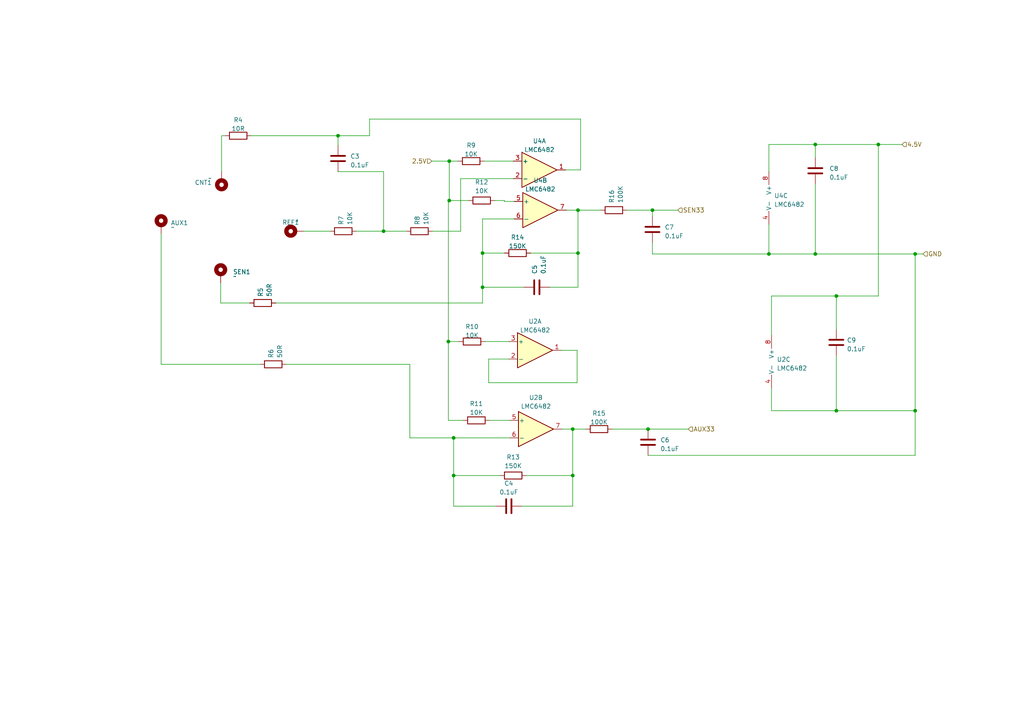
<source format=kicad_sch>
(kicad_sch (version 20230121) (generator eeschema)

  (uuid 3e035e16-401a-47f6-8b93-e6f2026549df)

  (paper "A4")

  (lib_symbols
    (symbol "Amplifier_Operational:LMC6482" (pin_names (offset 0.127)) (in_bom yes) (on_board yes)
      (property "Reference" "U" (at 0 5.08 0)
        (effects (font (size 1.27 1.27)) (justify left))
      )
      (property "Value" "LMC6482" (at 0 -5.08 0)
        (effects (font (size 1.27 1.27)) (justify left))
      )
      (property "Footprint" "" (at 0 0 0)
        (effects (font (size 1.27 1.27)) hide)
      )
      (property "Datasheet" "http://www.ti.com/lit/ds/symlink/lmc6482.pdf" (at 0 0 0)
        (effects (font (size 1.27 1.27)) hide)
      )
      (property "ki_locked" "" (at 0 0 0)
        (effects (font (size 1.27 1.27)))
      )
      (property "ki_keywords" "dual opamp" (at 0 0 0)
        (effects (font (size 1.27 1.27)) hide)
      )
      (property "ki_description" "Dual CMOS Rail-to-Rail Input and Output Operational Amplifier, DIP-8/SOIC-8, SSOP-8" (at 0 0 0)
        (effects (font (size 1.27 1.27)) hide)
      )
      (property "ki_fp_filters" "SOIC*3.9x4.9mm*P1.27mm* DIP*W7.62mm* TO*99* OnSemi*Micro8* TSSOP*3x3mm*P0.65mm* TSSOP*4.4x3mm*P0.65mm* MSOP*3x3mm*P0.65mm* SSOP*3.9x4.9mm*P0.635mm* LFCSP*2x2mm*P0.5mm* *SIP* SOIC*5.3x6.2mm*P1.27mm*" (at 0 0 0)
        (effects (font (size 1.27 1.27)) hide)
      )
      (symbol "LMC6482_1_1"
        (polyline
          (pts
            (xy -5.08 5.08)
            (xy 5.08 0)
            (xy -5.08 -5.08)
            (xy -5.08 5.08)
          )
          (stroke (width 0.254) (type default))
          (fill (type background))
        )
        (pin output line (at 7.62 0 180) (length 2.54)
          (name "~" (effects (font (size 1.27 1.27))))
          (number "1" (effects (font (size 1.27 1.27))))
        )
        (pin input line (at -7.62 -2.54 0) (length 2.54)
          (name "-" (effects (font (size 1.27 1.27))))
          (number "2" (effects (font (size 1.27 1.27))))
        )
        (pin input line (at -7.62 2.54 0) (length 2.54)
          (name "+" (effects (font (size 1.27 1.27))))
          (number "3" (effects (font (size 1.27 1.27))))
        )
      )
      (symbol "LMC6482_2_1"
        (polyline
          (pts
            (xy -5.08 5.08)
            (xy 5.08 0)
            (xy -5.08 -5.08)
            (xy -5.08 5.08)
          )
          (stroke (width 0.254) (type default))
          (fill (type background))
        )
        (pin input line (at -7.62 2.54 0) (length 2.54)
          (name "+" (effects (font (size 1.27 1.27))))
          (number "5" (effects (font (size 1.27 1.27))))
        )
        (pin input line (at -7.62 -2.54 0) (length 2.54)
          (name "-" (effects (font (size 1.27 1.27))))
          (number "6" (effects (font (size 1.27 1.27))))
        )
        (pin output line (at 7.62 0 180) (length 2.54)
          (name "~" (effects (font (size 1.27 1.27))))
          (number "7" (effects (font (size 1.27 1.27))))
        )
      )
      (symbol "LMC6482_3_1"
        (pin power_in line (at -2.54 -7.62 90) (length 3.81)
          (name "V-" (effects (font (size 1.27 1.27))))
          (number "4" (effects (font (size 1.27 1.27))))
        )
        (pin power_in line (at -2.54 7.62 270) (length 3.81)
          (name "V+" (effects (font (size 1.27 1.27))))
          (number "8" (effects (font (size 1.27 1.27))))
        )
      )
    )
    (symbol "Device:C" (pin_numbers hide) (pin_names (offset 0.254)) (in_bom yes) (on_board yes)
      (property "Reference" "C" (at 0.635 2.54 0)
        (effects (font (size 1.27 1.27)) (justify left))
      )
      (property "Value" "C" (at 0.635 -2.54 0)
        (effects (font (size 1.27 1.27)) (justify left))
      )
      (property "Footprint" "" (at 0.9652 -3.81 0)
        (effects (font (size 1.27 1.27)) hide)
      )
      (property "Datasheet" "~" (at 0 0 0)
        (effects (font (size 1.27 1.27)) hide)
      )
      (property "ki_keywords" "cap capacitor" (at 0 0 0)
        (effects (font (size 1.27 1.27)) hide)
      )
      (property "ki_description" "Unpolarized capacitor" (at 0 0 0)
        (effects (font (size 1.27 1.27)) hide)
      )
      (property "ki_fp_filters" "C_*" (at 0 0 0)
        (effects (font (size 1.27 1.27)) hide)
      )
      (symbol "C_0_1"
        (polyline
          (pts
            (xy -2.032 -0.762)
            (xy 2.032 -0.762)
          )
          (stroke (width 0.508) (type default))
          (fill (type none))
        )
        (polyline
          (pts
            (xy -2.032 0.762)
            (xy 2.032 0.762)
          )
          (stroke (width 0.508) (type default))
          (fill (type none))
        )
      )
      (symbol "C_1_1"
        (pin passive line (at 0 3.81 270) (length 2.794)
          (name "~" (effects (font (size 1.27 1.27))))
          (number "1" (effects (font (size 1.27 1.27))))
        )
        (pin passive line (at 0 -3.81 90) (length 2.794)
          (name "~" (effects (font (size 1.27 1.27))))
          (number "2" (effects (font (size 1.27 1.27))))
        )
      )
    )
    (symbol "Device:R" (pin_numbers hide) (pin_names (offset 0)) (in_bom yes) (on_board yes)
      (property "Reference" "R" (at 2.032 0 90)
        (effects (font (size 1.27 1.27)))
      )
      (property "Value" "R" (at 0 0 90)
        (effects (font (size 1.27 1.27)))
      )
      (property "Footprint" "" (at -1.778 0 90)
        (effects (font (size 1.27 1.27)) hide)
      )
      (property "Datasheet" "~" (at 0 0 0)
        (effects (font (size 1.27 1.27)) hide)
      )
      (property "ki_keywords" "R res resistor" (at 0 0 0)
        (effects (font (size 1.27 1.27)) hide)
      )
      (property "ki_description" "Resistor" (at 0 0 0)
        (effects (font (size 1.27 1.27)) hide)
      )
      (property "ki_fp_filters" "R_*" (at 0 0 0)
        (effects (font (size 1.27 1.27)) hide)
      )
      (symbol "R_0_1"
        (rectangle (start -1.016 -2.54) (end 1.016 2.54)
          (stroke (width 0.254) (type default))
          (fill (type none))
        )
      )
      (symbol "R_1_1"
        (pin passive line (at 0 3.81 270) (length 1.27)
          (name "~" (effects (font (size 1.27 1.27))))
          (number "1" (effects (font (size 1.27 1.27))))
        )
        (pin passive line (at 0 -3.81 90) (length 1.27)
          (name "~" (effects (font (size 1.27 1.27))))
          (number "2" (effects (font (size 1.27 1.27))))
        )
      )
    )
    (symbol "Mechanical:MountingHole_Pad" (pin_numbers hide) (pin_names (offset 1.016) hide) (in_bom yes) (on_board yes)
      (property "Reference" "H" (at 0 6.35 0)
        (effects (font (size 1.27 1.27)))
      )
      (property "Value" "MountingHole_Pad" (at 0 4.445 0)
        (effects (font (size 1.27 1.27)))
      )
      (property "Footprint" "" (at 0 0 0)
        (effects (font (size 1.27 1.27)) hide)
      )
      (property "Datasheet" "~" (at 0 0 0)
        (effects (font (size 1.27 1.27)) hide)
      )
      (property "ki_keywords" "mounting hole" (at 0 0 0)
        (effects (font (size 1.27 1.27)) hide)
      )
      (property "ki_description" "Mounting Hole with connection" (at 0 0 0)
        (effects (font (size 1.27 1.27)) hide)
      )
      (property "ki_fp_filters" "MountingHole*Pad*" (at 0 0 0)
        (effects (font (size 1.27 1.27)) hide)
      )
      (symbol "MountingHole_Pad_0_1"
        (circle (center 0 1.27) (radius 1.27)
          (stroke (width 1.27) (type default))
          (fill (type none))
        )
      )
      (symbol "MountingHole_Pad_1_1"
        (pin input line (at 0 -2.54 90) (length 2.54)
          (name "1" (effects (font (size 1.27 1.27))))
          (number "1" (effects (font (size 1.27 1.27))))
        )
      )
    )
  )

  (junction (at 130.302 46.736) (diameter 0) (color 0 0 0 0)
    (uuid 194d344c-7407-4995-9f4c-7ee7dccf2709)
  )
  (junction (at 187.96 124.46) (diameter 0) (color 0 0 0 0)
    (uuid 240afa65-7e70-4b75-a7d0-84acbb7a23f5)
  )
  (junction (at 265.43 73.66) (diameter 0) (color 0 0 0 0)
    (uuid 2a807dae-4735-4c75-abea-1cc4b5fbf31a)
  )
  (junction (at 189.23 60.96) (diameter 0) (color 0 0 0 0)
    (uuid 337f0760-3814-4ab3-964d-5e2b05af8057)
  )
  (junction (at 254.762 41.91) (diameter 0) (color 0 0 0 0)
    (uuid 3996c7e6-c6b4-49af-aa50-a6f781b52d6a)
  )
  (junction (at 139.954 83.312) (diameter 0) (color 0 0 0 0)
    (uuid 48634545-92ba-41ab-90d8-2db8189a8bf9)
  )
  (junction (at 223.012 73.66) (diameter 0) (color 0 0 0 0)
    (uuid 5b1096f9-9088-443c-9f01-409cc3ad3522)
  )
  (junction (at 139.954 73.406) (diameter 0) (color 0 0 0 0)
    (uuid 5f8f95d6-e150-4cfe-9436-a8d4e2a3f1e0)
  )
  (junction (at 130.302 58.166) (diameter 0) (color 0 0 0 0)
    (uuid 8b62f201-608b-4da9-b118-990dd360f0b9)
  )
  (junction (at 167.64 73.406) (diameter 0) (color 0 0 0 0)
    (uuid 8d2c738b-3768-4cd7-a94f-456e82feb8a2)
  )
  (junction (at 111.252 67.056) (diameter 0) (color 0 0 0 0)
    (uuid 94b29d58-cde8-48f5-9287-47959d264752)
  )
  (junction (at 242.57 119.126) (diameter 0) (color 0 0 0 0)
    (uuid a5e7c496-f23b-42dc-aaef-581f27661a2e)
  )
  (junction (at 166.116 137.922) (diameter 0) (color 0 0 0 0)
    (uuid a92387ac-3ad3-4259-a094-af399be94ad4)
  )
  (junction (at 130.048 99.06) (diameter 0) (color 0 0 0 0)
    (uuid aee0a18b-eeeb-4134-a59d-7fa4ae2b3deb)
  )
  (junction (at 167.64 60.96) (diameter 0) (color 0 0 0 0)
    (uuid b1be84f5-87c2-4ac7-80d7-47648183c344)
  )
  (junction (at 236.474 73.66) (diameter 0) (color 0 0 0 0)
    (uuid b88f92a9-daef-4f45-942a-27b451b6209d)
  )
  (junction (at 265.43 119.126) (diameter 0) (color 0 0 0 0)
    (uuid c38e4df9-248d-4cf4-abc9-1a8afc5273be)
  )
  (junction (at 242.57 85.852) (diameter 0) (color 0 0 0 0)
    (uuid d16e2da2-e545-45b1-b8ca-b99dac05f6d7)
  )
  (junction (at 166.116 124.46) (diameter 0) (color 0 0 0 0)
    (uuid d733ee9f-a105-4a82-a471-0105d3d3a142)
  )
  (junction (at 131.572 127) (diameter 0) (color 0 0 0 0)
    (uuid df23b074-9652-4324-9170-002e39694c94)
  )
  (junction (at 131.572 137.922) (diameter 0) (color 0 0 0 0)
    (uuid e46e2dbd-5177-4cb8-9b9b-2bb66b7deab2)
  )
  (junction (at 236.474 41.91) (diameter 0) (color 0 0 0 0)
    (uuid ec859eaf-26e3-43b2-98be-a4b47fc4f5e6)
  )
  (junction (at 98.044 39.37) (diameter 0) (color 0 0 0 0)
    (uuid f0a6969b-e42c-42d5-beb5-d12ecc9aaf4c)
  )

  (wire (pts (xy 133.096 99.06) (xy 130.048 99.06))
    (stroke (width 0) (type default))
    (uuid 0278e6b2-0e8d-4a76-a1ab-3d32a7da473d)
  )
  (wire (pts (xy 223.774 119.126) (xy 242.57 119.126))
    (stroke (width 0) (type default))
    (uuid 034b6faf-48f4-4c1e-8d90-e97616e0461c)
  )
  (wire (pts (xy 130.302 58.166) (xy 130.302 46.736))
    (stroke (width 0) (type default))
    (uuid 03aef7d2-ad92-4bcf-b84f-bd9640d88ef1)
  )
  (wire (pts (xy 135.89 58.166) (xy 130.302 58.166))
    (stroke (width 0) (type default))
    (uuid 056f73bd-7f47-4de2-8bf3-26845e32d93a)
  )
  (wire (pts (xy 118.872 105.664) (xy 118.872 127))
    (stroke (width 0) (type default))
    (uuid 06220da8-f512-40d7-8ea3-14c0090e4d8d)
  )
  (wire (pts (xy 223.012 73.66) (xy 223.012 65.024))
    (stroke (width 0) (type default))
    (uuid 06349f82-d62b-421f-bf27-184d78fcbb04)
  )
  (wire (pts (xy 254.762 41.91) (xy 236.474 41.91))
    (stroke (width 0) (type default))
    (uuid 06ce640f-61a1-46e1-b1d9-ee8a6f67764f)
  )
  (wire (pts (xy 189.23 60.96) (xy 189.23 62.738))
    (stroke (width 0) (type default))
    (uuid 0fa6133e-69bf-4bbc-a69c-7e3c48f5309c)
  )
  (wire (pts (xy 146.304 58.166) (xy 146.304 58.42))
    (stroke (width 0) (type default))
    (uuid 100f634a-c94d-46ed-a8b0-cb1c7044aae9)
  )
  (wire (pts (xy 141.986 121.92) (xy 147.828 121.92))
    (stroke (width 0) (type default))
    (uuid 12f619f2-d226-41e4-8350-ff30a3ba443c)
  )
  (wire (pts (xy 164.084 49.276) (xy 168.402 49.276))
    (stroke (width 0) (type default))
    (uuid 13ed1df7-6615-4741-9775-3bc460c1d8d9)
  )
  (wire (pts (xy 133.604 51.816) (xy 133.604 67.056))
    (stroke (width 0) (type default))
    (uuid 151c1f5e-bef7-4501-ad2a-500450325d6a)
  )
  (wire (pts (xy 265.43 119.126) (xy 265.43 73.66))
    (stroke (width 0) (type default))
    (uuid 15294e26-806b-498c-9df9-bcdaadfcad74)
  )
  (wire (pts (xy 125.222 46.736) (xy 130.302 46.736))
    (stroke (width 0) (type default))
    (uuid 1934e6a1-eb13-4e1e-81ff-d48bd6d38114)
  )
  (wire (pts (xy 167.386 101.6) (xy 167.386 110.998))
    (stroke (width 0) (type default))
    (uuid 2732fe91-3a61-4c3a-9d47-4c41ded95bd6)
  )
  (wire (pts (xy 167.64 83.312) (xy 167.64 73.406))
    (stroke (width 0) (type default))
    (uuid 27f52436-27c2-424f-a87f-9753d7a391b4)
  )
  (wire (pts (xy 242.57 85.852) (xy 254.762 85.852))
    (stroke (width 0) (type default))
    (uuid 3015c5de-1dc0-4a88-b1d1-2218add7a166)
  )
  (wire (pts (xy 174.244 60.96) (xy 167.64 60.96))
    (stroke (width 0) (type default))
    (uuid 34251d87-b4a8-498f-9312-bb597948565f)
  )
  (wire (pts (xy 236.474 73.66) (xy 265.43 73.66))
    (stroke (width 0) (type default))
    (uuid 3750609c-4391-408b-b4b9-245d384243ea)
  )
  (wire (pts (xy 131.572 146.812) (xy 131.572 137.922))
    (stroke (width 0) (type default))
    (uuid 377282ae-7291-4a4f-85ae-192662f8d8c6)
  )
  (wire (pts (xy 151.384 146.812) (xy 166.116 146.812))
    (stroke (width 0) (type default))
    (uuid 3cecc6ed-0b5b-4beb-a31b-3beb7ab36bb8)
  )
  (wire (pts (xy 168.402 34.544) (xy 107.188 34.544))
    (stroke (width 0) (type default))
    (uuid 44b6d6b6-3e40-4d3c-9f6e-89f37544c0ed)
  )
  (wire (pts (xy 141.732 104.14) (xy 147.574 104.14))
    (stroke (width 0) (type default))
    (uuid 45098864-865c-4c80-970d-97f1964294ee)
  )
  (wire (pts (xy 223.012 73.66) (xy 236.474 73.66))
    (stroke (width 0) (type default))
    (uuid 4893e090-1714-433e-8e37-2ccb950c24bf)
  )
  (wire (pts (xy 111.252 49.784) (xy 111.252 67.056))
    (stroke (width 0) (type default))
    (uuid 4aacc3b8-b1be-4908-b94b-10c99215643e)
  )
  (wire (pts (xy 143.51 58.166) (xy 146.304 58.166))
    (stroke (width 0) (type default))
    (uuid 4ae80af6-5d83-4e1b-8848-7bf96c0db640)
  )
  (wire (pts (xy 130.048 58.166) (xy 130.302 58.166))
    (stroke (width 0) (type default))
    (uuid 4c89a0af-9c78-4412-b44b-e3ffd49ac6c3)
  )
  (wire (pts (xy 196.596 60.96) (xy 189.23 60.96))
    (stroke (width 0) (type default))
    (uuid 51039f1b-c1ec-44d2-a8db-fa6f2a535e9e)
  )
  (wire (pts (xy 163.068 124.46) (xy 166.116 124.46))
    (stroke (width 0) (type default))
    (uuid 52238040-d22c-4ef6-b189-61e2f286aa53)
  )
  (wire (pts (xy 242.57 95.504) (xy 242.57 85.852))
    (stroke (width 0) (type default))
    (uuid 58892525-2c11-4db8-a1d3-7dd04f11e6d1)
  )
  (wire (pts (xy 223.774 97.282) (xy 223.774 85.852))
    (stroke (width 0) (type default))
    (uuid 5b4b8d3d-c7bd-45e6-941c-25670c35d7cf)
  )
  (wire (pts (xy 242.57 103.124) (xy 242.57 119.126))
    (stroke (width 0) (type default))
    (uuid 5f703349-3926-410c-bb94-1714bb0e1c3e)
  )
  (wire (pts (xy 46.736 105.664) (xy 75.438 105.664))
    (stroke (width 0) (type default))
    (uuid 5ffe48d0-4c7e-4ebb-9a58-178452ec7bc6)
  )
  (wire (pts (xy 64.262 39.37) (xy 65.278 39.37))
    (stroke (width 0) (type default))
    (uuid 61c8274f-0ae3-4b0a-9974-8143adf0fb32)
  )
  (wire (pts (xy 130.048 58.166) (xy 130.048 99.06))
    (stroke (width 0) (type default))
    (uuid 69aeb16b-b028-449c-9319-8c8698782775)
  )
  (wire (pts (xy 64.008 82.042) (xy 64.008 87.884))
    (stroke (width 0) (type default))
    (uuid 6f65bb2a-d269-45d5-9bed-aa4f2af8efea)
  )
  (wire (pts (xy 254.762 41.91) (xy 254.762 85.852))
    (stroke (width 0) (type default))
    (uuid 73de1b9b-47cf-42b9-ba06-71c824631b84)
  )
  (wire (pts (xy 223.774 85.852) (xy 242.57 85.852))
    (stroke (width 0) (type default))
    (uuid 755c9fb0-321d-471b-9bb3-2bdaf509d86c)
  )
  (wire (pts (xy 181.864 60.96) (xy 189.23 60.96))
    (stroke (width 0) (type default))
    (uuid 77b67f30-b713-4510-9951-ed27c135fab4)
  )
  (wire (pts (xy 130.302 46.736) (xy 132.842 46.736))
    (stroke (width 0) (type default))
    (uuid 7aa42b73-b292-4070-87ab-b4e3aa252a00)
  )
  (wire (pts (xy 134.366 121.92) (xy 130.048 121.92))
    (stroke (width 0) (type default))
    (uuid 7ba3310e-05e7-4fe1-92dd-d5b358c19dd1)
  )
  (wire (pts (xy 103.378 67.056) (xy 111.252 67.056))
    (stroke (width 0) (type default))
    (uuid 7d9e31e4-0844-4d5f-8668-4ccddf235a9b)
  )
  (wire (pts (xy 111.252 67.056) (xy 117.856 67.056))
    (stroke (width 0) (type default))
    (uuid 80fc3f9f-aa1d-46b6-ae6f-83570692e247)
  )
  (wire (pts (xy 80.01 87.884) (xy 139.954 87.884))
    (stroke (width 0) (type default))
    (uuid 815ad2b2-4b08-4deb-9c7e-87f5a847f3d2)
  )
  (wire (pts (xy 189.23 70.358) (xy 189.23 73.66))
    (stroke (width 0) (type default))
    (uuid 8487e96e-022e-490b-9820-602619369fe5)
  )
  (wire (pts (xy 98.044 39.37) (xy 98.044 42.164))
    (stroke (width 0) (type default))
    (uuid 876855e4-d5a6-4626-8880-fea493f5c064)
  )
  (wire (pts (xy 72.898 39.37) (xy 98.044 39.37))
    (stroke (width 0) (type default))
    (uuid 9055118c-eb19-4c96-acde-6b166bc79781)
  )
  (wire (pts (xy 139.954 63.5) (xy 139.954 73.406))
    (stroke (width 0) (type default))
    (uuid 917b3dc7-0615-4952-aa4e-1a48da8ceb19)
  )
  (wire (pts (xy 166.116 137.922) (xy 166.116 124.46))
    (stroke (width 0) (type default))
    (uuid 99138af8-7815-498f-b5a6-7c688cd6dcfa)
  )
  (wire (pts (xy 139.954 83.312) (xy 151.892 83.312))
    (stroke (width 0) (type default))
    (uuid 9a530ffd-19c8-40d2-9406-d314a5e8821e)
  )
  (wire (pts (xy 146.304 58.42) (xy 149.098 58.42))
    (stroke (width 0) (type default))
    (uuid 9d13b79b-62d8-4e7e-9e40-5c39a3a4b4d0)
  )
  (wire (pts (xy 166.116 124.46) (xy 169.926 124.46))
    (stroke (width 0) (type default))
    (uuid 9d9ad0d7-4afe-4dbc-b1cd-ef99f42251f5)
  )
  (wire (pts (xy 168.402 49.276) (xy 168.402 34.544))
    (stroke (width 0) (type default))
    (uuid 9f8fadf4-2386-4373-9acc-a29bc524498b)
  )
  (wire (pts (xy 83.058 105.664) (xy 118.872 105.664))
    (stroke (width 0) (type default))
    (uuid 9fb0adc8-47a4-43cb-accb-4a79bb3f3354)
  )
  (wire (pts (xy 141.732 110.998) (xy 141.732 104.14))
    (stroke (width 0) (type default))
    (uuid a6aa63b4-7fc8-4abd-adde-af0234515c4b)
  )
  (wire (pts (xy 139.954 73.406) (xy 139.954 83.312))
    (stroke (width 0) (type default))
    (uuid abd2e110-da23-43af-afe9-897876810e69)
  )
  (wire (pts (xy 162.814 101.6) (xy 167.386 101.6))
    (stroke (width 0) (type default))
    (uuid ae5b29ba-d6cc-47a0-bf98-6dcb0d376398)
  )
  (wire (pts (xy 167.64 60.96) (xy 164.338 60.96))
    (stroke (width 0) (type default))
    (uuid b034e9bf-7124-4e91-86eb-385c5512238b)
  )
  (wire (pts (xy 236.474 53.34) (xy 236.474 73.66))
    (stroke (width 0) (type default))
    (uuid b169a997-6f05-4ac9-9f62-32f52941b860)
  )
  (wire (pts (xy 64.262 39.37) (xy 64.262 49.784))
    (stroke (width 0) (type default))
    (uuid b301a9a1-2414-45b9-9402-33b9b42fdf25)
  )
  (wire (pts (xy 143.764 146.812) (xy 131.572 146.812))
    (stroke (width 0) (type default))
    (uuid b84853fd-d8b1-4eeb-836c-52115cb2779b)
  )
  (wire (pts (xy 177.546 124.46) (xy 187.96 124.46))
    (stroke (width 0) (type default))
    (uuid b89e5a48-ae6b-49ee-8cd5-23b08ee08be7)
  )
  (wire (pts (xy 145.034 137.922) (xy 131.572 137.922))
    (stroke (width 0) (type default))
    (uuid b8edd43f-ae0d-4958-8a55-8bf633ca6937)
  )
  (wire (pts (xy 261.62 41.91) (xy 254.762 41.91))
    (stroke (width 0) (type default))
    (uuid ba5c42cb-5dc0-487d-b0b1-5048e51878c0)
  )
  (wire (pts (xy 139.954 63.5) (xy 149.098 63.5))
    (stroke (width 0) (type default))
    (uuid bdacbbf1-ffb7-49ed-85d0-f1fcc9ab0752)
  )
  (wire (pts (xy 64.008 87.884) (xy 72.39 87.884))
    (stroke (width 0) (type default))
    (uuid bddd7c6e-f6ee-44e6-8a99-cdf063c7f5a4)
  )
  (wire (pts (xy 118.872 127) (xy 131.572 127))
    (stroke (width 0) (type default))
    (uuid beb1c3dc-07fc-4ac3-aed1-607e5cc02b21)
  )
  (wire (pts (xy 107.188 39.37) (xy 98.044 39.37))
    (stroke (width 0) (type default))
    (uuid c18c72d1-fa76-4d0b-abea-8d90da7393a0)
  )
  (wire (pts (xy 242.57 119.126) (xy 265.43 119.126))
    (stroke (width 0) (type default))
    (uuid c3fa1157-55a0-48fb-a620-542af92e1d2f)
  )
  (wire (pts (xy 140.462 46.736) (xy 148.844 46.736))
    (stroke (width 0) (type default))
    (uuid c64d4514-0008-47fb-a126-787fc41a50bc)
  )
  (wire (pts (xy 98.044 49.784) (xy 111.252 49.784))
    (stroke (width 0) (type default))
    (uuid c86e2228-02a0-4610-964b-fa74a4634f66)
  )
  (wire (pts (xy 133.604 67.056) (xy 125.476 67.056))
    (stroke (width 0) (type default))
    (uuid c8d5d0d8-ee33-487f-b373-9fc4cc99959f)
  )
  (wire (pts (xy 199.644 124.46) (xy 187.96 124.46))
    (stroke (width 0) (type default))
    (uuid cac15d81-315e-447f-8055-188a991a573d)
  )
  (wire (pts (xy 187.96 132.08) (xy 265.43 132.08))
    (stroke (width 0) (type default))
    (uuid cac403dd-3b94-4aab-989f-5044f83f23cc)
  )
  (wire (pts (xy 265.43 73.66) (xy 267.716 73.66))
    (stroke (width 0) (type default))
    (uuid cc0f7a77-5dad-411a-998e-f52e668dfec5)
  )
  (wire (pts (xy 146.304 73.406) (xy 139.954 73.406))
    (stroke (width 0) (type default))
    (uuid ce7438b6-d5d8-4f49-9238-b3a20380c853)
  )
  (wire (pts (xy 46.736 67.818) (xy 46.736 105.664))
    (stroke (width 0) (type default))
    (uuid cf700854-3f4d-4c85-ab7e-6d97468cf58d)
  )
  (wire (pts (xy 223.012 41.91) (xy 223.012 49.784))
    (stroke (width 0) (type default))
    (uuid cf7ae084-a781-446e-ada5-d7d72be1e718)
  )
  (wire (pts (xy 166.116 146.812) (xy 166.116 137.922))
    (stroke (width 0) (type default))
    (uuid d23bc17a-a962-409d-8199-22dffd0fd5c7)
  )
  (wire (pts (xy 152.654 137.922) (xy 166.116 137.922))
    (stroke (width 0) (type default))
    (uuid d26ed390-1eb2-4216-9d8c-12dd46d1ec31)
  )
  (wire (pts (xy 167.64 60.96) (xy 167.64 73.406))
    (stroke (width 0) (type default))
    (uuid d2c1eca8-49c1-4589-a130-b0b592b44e51)
  )
  (wire (pts (xy 131.572 137.922) (xy 131.572 127))
    (stroke (width 0) (type default))
    (uuid d4425cb8-1fd0-4f8a-a6f8-cfc274d5a476)
  )
  (wire (pts (xy 88.138 67.056) (xy 95.758 67.056))
    (stroke (width 0) (type default))
    (uuid d6fc2408-9139-4833-8b61-d1735acb621a)
  )
  (wire (pts (xy 189.23 73.66) (xy 223.012 73.66))
    (stroke (width 0) (type default))
    (uuid d9f18f16-639a-4fa3-b8ad-b42262406159)
  )
  (wire (pts (xy 148.844 51.816) (xy 133.604 51.816))
    (stroke (width 0) (type default))
    (uuid daf75a5e-f59f-4971-8822-ca7cd04b3488)
  )
  (wire (pts (xy 167.386 110.998) (xy 141.732 110.998))
    (stroke (width 0) (type default))
    (uuid dce0d3a6-1861-4575-a746-704fc5b2aac2)
  )
  (wire (pts (xy 223.774 112.522) (xy 223.774 119.126))
    (stroke (width 0) (type default))
    (uuid ddb25305-b8f2-432b-aa33-8c03112984dc)
  )
  (wire (pts (xy 131.572 127) (xy 147.828 127))
    (stroke (width 0) (type default))
    (uuid df84ea61-13fd-4526-b620-61e0d96b1712)
  )
  (wire (pts (xy 265.43 132.08) (xy 265.43 119.126))
    (stroke (width 0) (type default))
    (uuid e40d230c-c676-4967-9206-d818307a1bce)
  )
  (wire (pts (xy 130.048 121.92) (xy 130.048 99.06))
    (stroke (width 0) (type default))
    (uuid e79fd3a7-8059-492a-8543-8db03c4a081a)
  )
  (wire (pts (xy 236.474 41.91) (xy 236.474 45.72))
    (stroke (width 0) (type default))
    (uuid eb663889-88e8-4b96-badd-6786b5d26c34)
  )
  (wire (pts (xy 236.474 41.91) (xy 223.012 41.91))
    (stroke (width 0) (type default))
    (uuid ee267c1f-50ff-4ce0-93e6-e1d90220b53a)
  )
  (wire (pts (xy 140.716 99.06) (xy 147.574 99.06))
    (stroke (width 0) (type default))
    (uuid f305e053-0cd0-4b59-bd8f-ca645e856aa0)
  )
  (wire (pts (xy 159.512 83.312) (xy 167.64 83.312))
    (stroke (width 0) (type default))
    (uuid f432350c-6db5-41a7-8c23-0d5e5b559436)
  )
  (wire (pts (xy 153.924 73.406) (xy 167.64 73.406))
    (stroke (width 0) (type default))
    (uuid f4b2eaf4-f9e2-4260-bcef-7b53567bcc57)
  )
  (wire (pts (xy 139.954 83.312) (xy 139.954 87.884))
    (stroke (width 0) (type default))
    (uuid f8b20643-c015-44e0-8398-76772190a412)
  )
  (wire (pts (xy 107.188 34.544) (xy 107.188 39.37))
    (stroke (width 0) (type default))
    (uuid f907e214-f915-44a8-91d9-9bb9d13d22eb)
  )

  (hierarchical_label "GND" (shape input) (at 267.716 73.66 0) (fields_autoplaced)
    (effects (font (size 1.27 1.27)) (justify left))
    (uuid 11382e53-813e-469d-993f-cd1ac43480ae)
  )
  (hierarchical_label "4.5V" (shape input) (at 261.62 41.91 0) (fields_autoplaced)
    (effects (font (size 1.27 1.27)) (justify left))
    (uuid 35c5bf87-85e1-4d4d-92f2-db03fcb95f52)
  )
  (hierarchical_label "2.5V" (shape input) (at 125.222 46.736 180) (fields_autoplaced)
    (effects (font (size 1.27 1.27)) (justify right))
    (uuid 3d00d624-579f-4e33-a558-f056140504dd)
  )
  (hierarchical_label "AUX33" (shape input) (at 199.644 124.46 0) (fields_autoplaced)
    (effects (font (size 1.27 1.27)) (justify left))
    (uuid 51edbde4-02e7-4941-85f2-d22a0cc38683)
  )
  (hierarchical_label "SEN33" (shape input) (at 196.596 60.96 0) (fields_autoplaced)
    (effects (font (size 1.27 1.27)) (justify left))
    (uuid a1ad7c93-bd96-49a6-a166-e23b5a6acafa)
  )

  (symbol (lib_id "Mechanical:MountingHole_Pad") (at 46.736 65.278 0) (unit 1)
    (in_bom yes) (on_board yes) (dnp no)
    (uuid 135f70ee-18f2-40cc-bc22-a8eac6df4c73)
    (property "Reference" "AUX1" (at 49.53 64.643 0)
      (effects (font (size 1.27 1.27)) (justify left))
    )
    (property "Value" "~" (at 49.53 65.913 0)
      (effects (font (size 1.27 1.27)) (justify left))
    )
    (property "Footprint" "MountingHole:MountingHole_2.7mm_Pad" (at 46.736 65.278 0)
      (effects (font (size 1.27 1.27)) hide)
    )
    (property "Datasheet" "~" (at 46.736 65.278 0)
      (effects (font (size 1.27 1.27)) hide)
    )
    (pin "1" (uuid 0c156766-e966-4992-98af-d30bdfa594e9))
    (instances
      (project "Air quality project"
        (path "/67b6672b-0c15-41a5-a844-17aa721018b8/e2c83066-cae4-4a4f-a05c-59cf4d457446"
          (reference "AUX1") (unit 1)
        )
        (path "/67b6672b-0c15-41a5-a844-17aa721018b8/be65ffb6-5f15-4847-ab99-a8924076e9fe"
          (reference "AUX2") (unit 1)
        )
        (path "/67b6672b-0c15-41a5-a844-17aa721018b8/4fccea4c-6944-4992-a17b-7bd1f4e039b5"
          (reference "AUX33") (unit 1)
        )
      )
    )
  )

  (symbol (lib_id "Device:R") (at 69.088 39.37 270) (unit 1)
    (in_bom yes) (on_board yes) (dnp no) (fields_autoplaced)
    (uuid 21ee60f3-d327-4daf-a1a4-b1ad93ab6ec0)
    (property "Reference" "R4" (at 69.088 34.798 90)
      (effects (font (size 1.27 1.27)))
    )
    (property "Value" "10R" (at 69.088 37.338 90)
      (effects (font (size 1.27 1.27)))
    )
    (property "Footprint" "Resistor_SMD:R_0402_1005Metric" (at 69.088 37.592 90)
      (effects (font (size 1.27 1.27)) hide)
    )
    (property "Datasheet" "~" (at 69.088 39.37 0)
      (effects (font (size 1.27 1.27)) hide)
    )
    (pin "1" (uuid 9471a038-c341-40b4-a1d8-0a486681b464))
    (pin "2" (uuid 92252b1c-8435-44c1-a061-df76790c95de))
    (instances
      (project "Air quality project"
        (path "/67b6672b-0c15-41a5-a844-17aa721018b8/e2c83066-cae4-4a4f-a05c-59cf4d457446"
          (reference "R4") (unit 1)
        )
        (path "/67b6672b-0c15-41a5-a844-17aa721018b8/be65ffb6-5f15-4847-ab99-a8924076e9fe"
          (reference "R19") (unit 1)
        )
        (path "/67b6672b-0c15-41a5-a844-17aa721018b8/4fccea4c-6944-4992-a17b-7bd1f4e039b5"
          (reference "R407") (unit 1)
        )
      )
    )
  )

  (symbol (lib_id "Amplifier_Operational:LMC6482") (at 225.552 57.404 0) (unit 3)
    (in_bom yes) (on_board yes) (dnp no) (fields_autoplaced)
    (uuid 2b1fcbca-9028-4e4b-a59f-4c672198deb5)
    (property "Reference" "U4" (at 224.536 56.769 0)
      (effects (font (size 1.27 1.27)) (justify left))
    )
    (property "Value" "LMC6482" (at 224.536 59.309 0)
      (effects (font (size 1.27 1.27)) (justify left))
    )
    (property "Footprint" "Package_SO:SOIC-8_3.9x4.9mm_P1.27mm" (at 225.552 57.404 0)
      (effects (font (size 1.27 1.27)) hide)
    )
    (property "Datasheet" "http://www.ti.com/lit/ds/symlink/lmc6482.pdf" (at 225.552 57.404 0)
      (effects (font (size 1.27 1.27)) hide)
    )
    (pin "1" (uuid 42791d0d-7717-4b04-a0ca-b0a647570e7e))
    (pin "2" (uuid 4a2fa161-9821-4b02-bf44-5123dc1327cb))
    (pin "3" (uuid 64a3c500-0113-480b-84b8-bf62972d5f8e))
    (pin "5" (uuid d00ef563-4214-461f-ba82-fc7819b91257))
    (pin "6" (uuid a6025e8c-eb59-4fda-bafe-a0fd2776d170))
    (pin "7" (uuid 893ff0da-9dcf-4d3e-aa6a-c4e684c3eff1))
    (pin "4" (uuid 92b06283-cb4c-4675-8566-76ef04922620))
    (pin "8" (uuid 1d0b86f3-9259-4c1e-865f-5173a52315de))
    (instances
      (project "Air quality project"
        (path "/67b6672b-0c15-41a5-a844-17aa721018b8/e2c83066-cae4-4a4f-a05c-59cf4d457446"
          (reference "U4") (unit 3)
        )
        (path "/67b6672b-0c15-41a5-a844-17aa721018b8/be65ffb6-5f15-4847-ab99-a8924076e9fe"
          (reference "U13") (unit 3)
        )
        (path "/67b6672b-0c15-41a5-a844-17aa721018b8/4fccea4c-6944-4992-a17b-7bd1f4e039b5"
          (reference "U66") (unit 3)
        )
      )
    )
  )

  (symbol (lib_id "Amplifier_Operational:LMC6482") (at 226.314 104.902 0) (unit 3)
    (in_bom yes) (on_board yes) (dnp no) (fields_autoplaced)
    (uuid 2e0fbdb7-99e2-4dee-8ab9-1a58de0e5e9b)
    (property "Reference" "U2" (at 225.298 104.267 0)
      (effects (font (size 1.27 1.27)) (justify left))
    )
    (property "Value" "LMC6482" (at 225.298 106.807 0)
      (effects (font (size 1.27 1.27)) (justify left))
    )
    (property "Footprint" "Package_SO:SOIC-8_3.9x4.9mm_P1.27mm" (at 226.314 104.902 0)
      (effects (font (size 1.27 1.27)) hide)
    )
    (property "Datasheet" "http://www.ti.com/lit/ds/symlink/lmc6482.pdf" (at 226.314 104.902 0)
      (effects (font (size 1.27 1.27)) hide)
    )
    (pin "1" (uuid d5f06bc0-e016-449d-bb76-1780c68309d8))
    (pin "2" (uuid dd93b084-6c45-4ec3-b4a2-64cf0e791daa))
    (pin "3" (uuid c79b47a1-69b0-418f-ae34-b6968595b6a6))
    (pin "5" (uuid 89f1dfc5-f772-4d7a-8a07-0964f1f210a0))
    (pin "6" (uuid 61ffc32e-67ac-4496-ba94-ce7cced6a0ea))
    (pin "7" (uuid 29e08c8c-3454-4ad1-a0b8-ee9155612eb2))
    (pin "4" (uuid b8b01968-1680-4e37-b41f-a14fa2dad835))
    (pin "8" (uuid 518b4636-435b-4202-90cd-6efd56cc4519))
    (instances
      (project "Air quality project"
        (path "/67b6672b-0c15-41a5-a844-17aa721018b8/e2c83066-cae4-4a4f-a05c-59cf4d457446"
          (reference "U2") (unit 3)
        )
        (path "/67b6672b-0c15-41a5-a844-17aa721018b8/be65ffb6-5f15-4847-ab99-a8924076e9fe"
          (reference "U8") (unit 3)
        )
        (path "/67b6672b-0c15-41a5-a844-17aa721018b8/4fccea4c-6944-4992-a17b-7bd1f4e039b5"
          (reference "U65") (unit 3)
        )
      )
    )
  )

  (symbol (lib_id "Mechanical:MountingHole_Pad") (at 64.008 79.502 0) (unit 1)
    (in_bom yes) (on_board yes) (dnp no) (fields_autoplaced)
    (uuid 37e2f9a1-d5e9-49fe-b658-8be082714eea)
    (property "Reference" "SEN1" (at 67.564 78.867 0)
      (effects (font (size 1.27 1.27)) (justify left))
    )
    (property "Value" "~" (at 67.564 80.137 0)
      (effects (font (size 1.27 1.27)) (justify left))
    )
    (property "Footprint" "MountingHole:MountingHole_2.7mm_Pad" (at 64.008 79.502 0)
      (effects (font (size 1.27 1.27)) hide)
    )
    (property "Datasheet" "~" (at 64.008 79.502 0)
      (effects (font (size 1.27 1.27)) hide)
    )
    (pin "1" (uuid 36bf100f-4c37-43fa-9a06-76770b8f4f79))
    (instances
      (project "Air quality project"
        (path "/67b6672b-0c15-41a5-a844-17aa721018b8/e2c83066-cae4-4a4f-a05c-59cf4d457446"
          (reference "SEN1") (unit 1)
        )
        (path "/67b6672b-0c15-41a5-a844-17aa721018b8/be65ffb6-5f15-4847-ab99-a8924076e9fe"
          (reference "SEN2") (unit 1)
        )
        (path "/67b6672b-0c15-41a5-a844-17aa721018b8/4fccea4c-6944-4992-a17b-7bd1f4e039b5"
          (reference "SEN33") (unit 1)
        )
      )
    )
  )

  (symbol (lib_id "Device:R") (at 139.7 58.166 90) (unit 1)
    (in_bom yes) (on_board yes) (dnp no) (fields_autoplaced)
    (uuid 3b746c79-e1c7-40c1-b068-78a007e6632d)
    (property "Reference" "R12" (at 139.7 52.832 90)
      (effects (font (size 1.27 1.27)))
    )
    (property "Value" "10K" (at 139.7 55.372 90)
      (effects (font (size 1.27 1.27)))
    )
    (property "Footprint" "Resistor_SMD:R_0402_1005Metric" (at 139.7 59.944 90)
      (effects (font (size 1.27 1.27)) hide)
    )
    (property "Datasheet" "~" (at 139.7 58.166 0)
      (effects (font (size 1.27 1.27)) hide)
    )
    (pin "1" (uuid 640ad74e-e6bb-44ea-ac7a-6e1584a0f45a))
    (pin "2" (uuid 8c2acce0-c051-4320-a899-fa1c6d94d4bd))
    (instances
      (project "Air quality project"
        (path "/67b6672b-0c15-41a5-a844-17aa721018b8/e2c83066-cae4-4a4f-a05c-59cf4d457446"
          (reference "R12") (unit 1)
        )
        (path "/67b6672b-0c15-41a5-a844-17aa721018b8/be65ffb6-5f15-4847-ab99-a8924076e9fe"
          (reference "R59") (unit 1)
        )
        (path "/67b6672b-0c15-41a5-a844-17aa721018b8/4fccea4c-6944-4992-a17b-7bd1f4e039b5"
          (reference "R415") (unit 1)
        )
      )
    )
  )

  (symbol (lib_id "Amplifier_Operational:LMC6482") (at 155.448 124.46 0) (unit 2)
    (in_bom yes) (on_board yes) (dnp no) (fields_autoplaced)
    (uuid 58e0683c-6adf-4554-a5d2-bb7c693672e8)
    (property "Reference" "U2" (at 155.448 115.316 0)
      (effects (font (size 1.27 1.27)))
    )
    (property "Value" "LMC6482" (at 155.448 117.856 0)
      (effects (font (size 1.27 1.27)))
    )
    (property "Footprint" "Package_SO:SOIC-8_3.9x4.9mm_P1.27mm" (at 155.448 124.46 0)
      (effects (font (size 1.27 1.27)) hide)
    )
    (property "Datasheet" "http://www.ti.com/lit/ds/symlink/lmc6482.pdf" (at 155.448 124.46 0)
      (effects (font (size 1.27 1.27)) hide)
    )
    (pin "1" (uuid 11ada3ae-6758-4a42-8bec-b9b6f4c75a1a))
    (pin "2" (uuid cecfcab1-7354-4c19-8bdd-bc6aac22549b))
    (pin "3" (uuid b8b5c5a6-18f5-4b93-b974-cec779252067))
    (pin "5" (uuid 9dbae475-12bb-4fb1-ae8f-1a3e668b4d4f))
    (pin "6" (uuid 5564fa59-7060-4c05-8856-366ee63f95ad))
    (pin "7" (uuid 2a01375a-08c6-4b2a-9586-8b4be6f8dbc6))
    (pin "4" (uuid 5d862dc6-a441-46c7-938b-75ac613c0f4f))
    (pin "8" (uuid 6e4c091b-4f0e-43a5-ac02-ecaec090156f))
    (instances
      (project "Air quality project"
        (path "/67b6672b-0c15-41a5-a844-17aa721018b8/e2c83066-cae4-4a4f-a05c-59cf4d457446"
          (reference "U2") (unit 2)
        )
        (path "/67b6672b-0c15-41a5-a844-17aa721018b8/be65ffb6-5f15-4847-ab99-a8924076e9fe"
          (reference "U8") (unit 2)
        )
        (path "/67b6672b-0c15-41a5-a844-17aa721018b8/4fccea4c-6944-4992-a17b-7bd1f4e039b5"
          (reference "U65") (unit 2)
        )
      )
    )
  )

  (symbol (lib_id "Device:R") (at 121.666 67.056 90) (unit 1)
    (in_bom yes) (on_board yes) (dnp no)
    (uuid 6b5d9e40-99f9-4639-97e0-92bacf509031)
    (property "Reference" "R8" (at 121.031 65.278 0)
      (effects (font (size 1.27 1.27)) (justify left))
    )
    (property "Value" "10K" (at 123.571 65.278 0)
      (effects (font (size 1.27 1.27)) (justify left))
    )
    (property "Footprint" "Resistor_SMD:R_0402_1005Metric" (at 121.666 68.834 90)
      (effects (font (size 1.27 1.27)) hide)
    )
    (property "Datasheet" "~" (at 121.666 67.056 0)
      (effects (font (size 1.27 1.27)) hide)
    )
    (pin "1" (uuid 3c108231-ed00-4731-896e-8786ea96cc21))
    (pin "2" (uuid 07f86353-c173-484c-8179-88bfcb7a02b3))
    (instances
      (project "Air quality project"
        (path "/67b6672b-0c15-41a5-a844-17aa721018b8/e2c83066-cae4-4a4f-a05c-59cf4d457446"
          (reference "R8") (unit 1)
        )
        (path "/67b6672b-0c15-41a5-a844-17aa721018b8/be65ffb6-5f15-4847-ab99-a8924076e9fe"
          (reference "R39") (unit 1)
        )
        (path "/67b6672b-0c15-41a5-a844-17aa721018b8/4fccea4c-6944-4992-a17b-7bd1f4e039b5"
          (reference "R411") (unit 1)
        )
      )
    )
  )

  (symbol (lib_id "Device:C") (at 189.23 66.548 0) (unit 1)
    (in_bom yes) (on_board yes) (dnp no) (fields_autoplaced)
    (uuid 6eb79f8a-3592-4fae-b893-7cbe0b1a6a61)
    (property "Reference" "C7" (at 192.786 65.913 0)
      (effects (font (size 1.27 1.27)) (justify left))
    )
    (property "Value" "0.1uF" (at 192.786 68.453 0)
      (effects (font (size 1.27 1.27)) (justify left))
    )
    (property "Footprint" "Capacitor_SMD:C_0402_1005Metric" (at 190.1952 70.358 0)
      (effects (font (size 1.27 1.27)) hide)
    )
    (property "Datasheet" "~" (at 189.23 66.548 0)
      (effects (font (size 1.27 1.27)) hide)
    )
    (pin "1" (uuid 8be99c60-ab4d-495a-a2a0-8e4bc7ac9c3d))
    (pin "2" (uuid d6ffab62-2540-4fd0-8976-6288cc35651d))
    (instances
      (project "Air quality project"
        (path "/67b6672b-0c15-41a5-a844-17aa721018b8/e2c83066-cae4-4a4f-a05c-59cf4d457446"
          (reference "C7") (unit 1)
        )
        (path "/67b6672b-0c15-41a5-a844-17aa721018b8/be65ffb6-5f15-4847-ab99-a8924076e9fe"
          (reference "C37") (unit 1)
        )
        (path "/67b6672b-0c15-41a5-a844-17aa721018b8/4fccea4c-6944-4992-a17b-7bd1f4e039b5"
          (reference "C224") (unit 1)
        )
      )
    )
  )

  (symbol (lib_id "Device:R") (at 173.736 124.46 90) (unit 1)
    (in_bom yes) (on_board yes) (dnp no) (fields_autoplaced)
    (uuid 779f5569-a175-4e61-9a3f-77dd80f42503)
    (property "Reference" "R15" (at 173.736 119.888 90)
      (effects (font (size 1.27 1.27)))
    )
    (property "Value" "100K" (at 173.736 122.428 90)
      (effects (font (size 1.27 1.27)))
    )
    (property "Footprint" "Resistor_SMD:R_0402_1005Metric" (at 173.736 126.238 90)
      (effects (font (size 1.27 1.27)) hide)
    )
    (property "Datasheet" "~" (at 173.736 124.46 0)
      (effects (font (size 1.27 1.27)) hide)
    )
    (pin "1" (uuid 689260bf-e0f7-42b8-ab71-6a81e87f4023))
    (pin "2" (uuid 681ecc1f-b3b5-41c7-867b-7a52b2e91949))
    (instances
      (project "Air quality project"
        (path "/67b6672b-0c15-41a5-a844-17aa721018b8/e2c83066-cae4-4a4f-a05c-59cf4d457446"
          (reference "R15") (unit 1)
        )
        (path "/67b6672b-0c15-41a5-a844-17aa721018b8/be65ffb6-5f15-4847-ab99-a8924076e9fe"
          (reference "R70") (unit 1)
        )
        (path "/67b6672b-0c15-41a5-a844-17aa721018b8/4fccea4c-6944-4992-a17b-7bd1f4e039b5"
          (reference "R418") (unit 1)
        )
      )
    )
  )

  (symbol (lib_id "Amplifier_Operational:LMC6482") (at 156.464 49.276 0) (unit 1)
    (in_bom yes) (on_board yes) (dnp no) (fields_autoplaced)
    (uuid 7d291324-8a36-4cad-b76d-29f4bfe624c6)
    (property "Reference" "U4" (at 156.464 40.894 0)
      (effects (font (size 1.27 1.27)))
    )
    (property "Value" "LMC6482" (at 156.464 43.434 0)
      (effects (font (size 1.27 1.27)))
    )
    (property "Footprint" "Package_SO:SOIC-8_3.9x4.9mm_P1.27mm" (at 156.464 49.276 0)
      (effects (font (size 1.27 1.27)) hide)
    )
    (property "Datasheet" "http://www.ti.com/lit/ds/symlink/lmc6482.pdf" (at 156.464 49.276 0)
      (effects (font (size 1.27 1.27)) hide)
    )
    (pin "1" (uuid cfb9f41d-e57e-40b6-954d-a933e0167ae8))
    (pin "2" (uuid 31aec569-a6a2-478e-bd24-78cbc8ed6a72))
    (pin "3" (uuid 8faf7708-e540-4ecc-ab4e-661b8e772af2))
    (pin "5" (uuid 7e217bec-f5f9-4503-96e2-e0cff25dde3f))
    (pin "6" (uuid ed4ead67-62ba-4dc4-86a0-f436eefe99dd))
    (pin "7" (uuid ef455054-ceb9-4486-86bb-c10142a92b1a))
    (pin "4" (uuid 0efdc872-5caf-4241-9340-e8ec1bb01b5b))
    (pin "8" (uuid 7d3e3f09-3aff-4bd7-8548-a79c845e659b))
    (instances
      (project "Air quality project"
        (path "/67b6672b-0c15-41a5-a844-17aa721018b8/e2c83066-cae4-4a4f-a05c-59cf4d457446"
          (reference "U4") (unit 1)
        )
        (path "/67b6672b-0c15-41a5-a844-17aa721018b8/be65ffb6-5f15-4847-ab99-a8924076e9fe"
          (reference "U13") (unit 1)
        )
        (path "/67b6672b-0c15-41a5-a844-17aa721018b8/4fccea4c-6944-4992-a17b-7bd1f4e039b5"
          (reference "U66") (unit 1)
        )
      )
    )
  )

  (symbol (lib_id "Device:C") (at 236.474 49.53 0) (unit 1)
    (in_bom yes) (on_board yes) (dnp no) (fields_autoplaced)
    (uuid 8d7d8db0-0d88-477d-81aa-82febab10ba0)
    (property "Reference" "C8" (at 240.538 48.895 0)
      (effects (font (size 1.27 1.27)) (justify left))
    )
    (property "Value" "0.1uF" (at 240.538 51.435 0)
      (effects (font (size 1.27 1.27)) (justify left))
    )
    (property "Footprint" "Capacitor_SMD:C_0402_1005Metric" (at 237.4392 53.34 0)
      (effects (font (size 1.27 1.27)) hide)
    )
    (property "Datasheet" "~" (at 236.474 49.53 0)
      (effects (font (size 1.27 1.27)) hide)
    )
    (pin "1" (uuid 308518f4-bd25-4396-9605-e75aa3b17119))
    (pin "2" (uuid 13976c50-decb-4fb8-838d-c1cbecd45b19))
    (instances
      (project "Air quality project"
        (path "/67b6672b-0c15-41a5-a844-17aa721018b8/e2c83066-cae4-4a4f-a05c-59cf4d457446"
          (reference "C8") (unit 1)
        )
        (path "/67b6672b-0c15-41a5-a844-17aa721018b8/be65ffb6-5f15-4847-ab99-a8924076e9fe"
          (reference "C38") (unit 1)
        )
        (path "/67b6672b-0c15-41a5-a844-17aa721018b8/4fccea4c-6944-4992-a17b-7bd1f4e039b5"
          (reference "C225") (unit 1)
        )
      )
    )
  )

  (symbol (lib_id "Device:R") (at 178.054 60.96 90) (unit 1)
    (in_bom yes) (on_board yes) (dnp no)
    (uuid 92381177-ab47-40b8-b02c-5ce00ed09bc9)
    (property "Reference" "R16" (at 177.419 58.928 0)
      (effects (font (size 1.27 1.27)) (justify left))
    )
    (property "Value" "100K" (at 179.959 58.928 0)
      (effects (font (size 1.27 1.27)) (justify left))
    )
    (property "Footprint" "Resistor_SMD:R_0402_1005Metric" (at 178.054 62.738 90)
      (effects (font (size 1.27 1.27)) hide)
    )
    (property "Datasheet" "~" (at 178.054 60.96 0)
      (effects (font (size 1.27 1.27)) hide)
    )
    (pin "1" (uuid c20aea50-d838-4618-8ba9-f32120ae2e7c))
    (pin "2" (uuid 4fa9cfa9-3177-421a-8a49-921a93e11efa))
    (instances
      (project "Air quality project"
        (path "/67b6672b-0c15-41a5-a844-17aa721018b8/e2c83066-cae4-4a4f-a05c-59cf4d457446"
          (reference "R16") (unit 1)
        )
        (path "/67b6672b-0c15-41a5-a844-17aa721018b8/be65ffb6-5f15-4847-ab99-a8924076e9fe"
          (reference "R71") (unit 1)
        )
        (path "/67b6672b-0c15-41a5-a844-17aa721018b8/4fccea4c-6944-4992-a17b-7bd1f4e039b5"
          (reference "R419") (unit 1)
        )
      )
    )
  )

  (symbol (lib_id "Device:R") (at 76.2 87.884 90) (unit 1)
    (in_bom yes) (on_board yes) (dnp no)
    (uuid 9a20f20d-1166-4003-9e4c-a78632e23d76)
    (property "Reference" "R5" (at 75.565 86.106 0)
      (effects (font (size 1.27 1.27)) (justify left))
    )
    (property "Value" "50R" (at 78.105 86.106 0)
      (effects (font (size 1.27 1.27)) (justify left))
    )
    (property "Footprint" "Resistor_SMD:R_0402_1005Metric" (at 76.2 89.662 90)
      (effects (font (size 1.27 1.27)) hide)
    )
    (property "Datasheet" "~" (at 76.2 87.884 0)
      (effects (font (size 1.27 1.27)) hide)
    )
    (pin "1" (uuid e3d876cf-e995-4702-9305-63401c64c930))
    (pin "2" (uuid 90994c17-74d2-4eea-b6e5-a63234659b23))
    (instances
      (project "Air quality project"
        (path "/67b6672b-0c15-41a5-a844-17aa721018b8/e2c83066-cae4-4a4f-a05c-59cf4d457446"
          (reference "R5") (unit 1)
        )
        (path "/67b6672b-0c15-41a5-a844-17aa721018b8/be65ffb6-5f15-4847-ab99-a8924076e9fe"
          (reference "R24") (unit 1)
        )
        (path "/67b6672b-0c15-41a5-a844-17aa721018b8/4fccea4c-6944-4992-a17b-7bd1f4e039b5"
          (reference "R408") (unit 1)
        )
      )
    )
  )

  (symbol (lib_id "Device:R") (at 150.114 73.406 90) (unit 1)
    (in_bom yes) (on_board yes) (dnp no) (fields_autoplaced)
    (uuid 9e483537-e6d9-47b5-9798-ba818ead413e)
    (property "Reference" "R14" (at 150.114 68.834 90)
      (effects (font (size 1.27 1.27)))
    )
    (property "Value" "150K" (at 150.114 71.374 90)
      (effects (font (size 1.27 1.27)))
    )
    (property "Footprint" "Resistor_SMD:R_0402_1005Metric" (at 150.114 75.184 90)
      (effects (font (size 1.27 1.27)) hide)
    )
    (property "Datasheet" "~" (at 150.114 73.406 0)
      (effects (font (size 1.27 1.27)) hide)
    )
    (pin "1" (uuid eb4b3109-ed5f-4d9e-ba76-43b6e5fed9b5))
    (pin "2" (uuid 187e19f1-ee5e-4cde-99f7-35cf429dfed9))
    (instances
      (project "Air quality project"
        (path "/67b6672b-0c15-41a5-a844-17aa721018b8/e2c83066-cae4-4a4f-a05c-59cf4d457446"
          (reference "R14") (unit 1)
        )
        (path "/67b6672b-0c15-41a5-a844-17aa721018b8/be65ffb6-5f15-4847-ab99-a8924076e9fe"
          (reference "R69") (unit 1)
        )
        (path "/67b6672b-0c15-41a5-a844-17aa721018b8/4fccea4c-6944-4992-a17b-7bd1f4e039b5"
          (reference "R417") (unit 1)
        )
      )
    )
  )

  (symbol (lib_id "Device:R") (at 99.568 67.056 90) (unit 1)
    (in_bom yes) (on_board yes) (dnp no)
    (uuid a74b5799-f17a-4913-bf0a-06f93f7dc045)
    (property "Reference" "R7" (at 98.933 65.278 0)
      (effects (font (size 1.27 1.27)) (justify left))
    )
    (property "Value" "10K" (at 101.473 65.278 0)
      (effects (font (size 1.27 1.27)) (justify left))
    )
    (property "Footprint" "Resistor_SMD:R_0402_1005Metric" (at 99.568 68.834 90)
      (effects (font (size 1.27 1.27)) hide)
    )
    (property "Datasheet" "~" (at 99.568 67.056 0)
      (effects (font (size 1.27 1.27)) hide)
    )
    (pin "1" (uuid 84c500a8-0667-485c-a6d8-5c78fe133525))
    (pin "2" (uuid 729ec3e2-b1b6-497d-905e-30c745d2f265))
    (instances
      (project "Air quality project"
        (path "/67b6672b-0c15-41a5-a844-17aa721018b8/e2c83066-cae4-4a4f-a05c-59cf4d457446"
          (reference "R7") (unit 1)
        )
        (path "/67b6672b-0c15-41a5-a844-17aa721018b8/be65ffb6-5f15-4847-ab99-a8924076e9fe"
          (reference "R34") (unit 1)
        )
        (path "/67b6672b-0c15-41a5-a844-17aa721018b8/4fccea4c-6944-4992-a17b-7bd1f4e039b5"
          (reference "R410") (unit 1)
        )
      )
    )
  )

  (symbol (lib_id "Device:R") (at 136.652 46.736 90) (unit 1)
    (in_bom yes) (on_board yes) (dnp no) (fields_autoplaced)
    (uuid a7b496d3-298e-4ac8-b9b7-82395f91770a)
    (property "Reference" "R9" (at 136.652 42.164 90)
      (effects (font (size 1.27 1.27)))
    )
    (property "Value" "10K" (at 136.652 44.704 90)
      (effects (font (size 1.27 1.27)))
    )
    (property "Footprint" "Resistor_SMD:R_0402_1005Metric" (at 136.652 48.514 90)
      (effects (font (size 1.27 1.27)) hide)
    )
    (property "Datasheet" "~" (at 136.652 46.736 0)
      (effects (font (size 1.27 1.27)) hide)
    )
    (pin "1" (uuid 447a720d-724b-4c50-a884-46e4b04dc38f))
    (pin "2" (uuid 55aca01b-0d81-4123-9c13-67277cd63b7c))
    (instances
      (project "Air quality project"
        (path "/67b6672b-0c15-41a5-a844-17aa721018b8/e2c83066-cae4-4a4f-a05c-59cf4d457446"
          (reference "R9") (unit 1)
        )
        (path "/67b6672b-0c15-41a5-a844-17aa721018b8/be65ffb6-5f15-4847-ab99-a8924076e9fe"
          (reference "R44") (unit 1)
        )
        (path "/67b6672b-0c15-41a5-a844-17aa721018b8/4fccea4c-6944-4992-a17b-7bd1f4e039b5"
          (reference "R412") (unit 1)
        )
      )
    )
  )

  (symbol (lib_id "Device:R") (at 148.844 137.922 90) (unit 1)
    (in_bom yes) (on_board yes) (dnp no) (fields_autoplaced)
    (uuid bb998226-58ad-48f6-97e0-065f0a9d10e8)
    (property "Reference" "R13" (at 148.844 132.588 90)
      (effects (font (size 1.27 1.27)))
    )
    (property "Value" "150K" (at 148.844 135.128 90)
      (effects (font (size 1.27 1.27)))
    )
    (property "Footprint" "Resistor_SMD:R_0402_1005Metric" (at 148.844 139.7 90)
      (effects (font (size 1.27 1.27)) hide)
    )
    (property "Datasheet" "~" (at 148.844 137.922 0)
      (effects (font (size 1.27 1.27)) hide)
    )
    (pin "1" (uuid 25f1cd93-51ab-498e-89f8-cb5cfc44bb58))
    (pin "2" (uuid ae23d5ff-ccc6-4a61-bd0f-41398ad54d26))
    (instances
      (project "Air quality project"
        (path "/67b6672b-0c15-41a5-a844-17aa721018b8/e2c83066-cae4-4a4f-a05c-59cf4d457446"
          (reference "R13") (unit 1)
        )
        (path "/67b6672b-0c15-41a5-a844-17aa721018b8/be65ffb6-5f15-4847-ab99-a8924076e9fe"
          (reference "R64") (unit 1)
        )
        (path "/67b6672b-0c15-41a5-a844-17aa721018b8/4fccea4c-6944-4992-a17b-7bd1f4e039b5"
          (reference "R416") (unit 1)
        )
      )
    )
  )

  (symbol (lib_id "Device:C") (at 242.57 99.314 0) (unit 1)
    (in_bom yes) (on_board yes) (dnp no)
    (uuid c646cb56-3d75-410e-8333-d72762c359fe)
    (property "Reference" "C9" (at 245.618 98.679 0)
      (effects (font (size 1.27 1.27)) (justify left))
    )
    (property "Value" "0.1uF" (at 245.618 101.219 0)
      (effects (font (size 1.27 1.27)) (justify left))
    )
    (property "Footprint" "Capacitor_SMD:C_0402_1005Metric" (at 243.5352 103.124 0)
      (effects (font (size 1.27 1.27)) hide)
    )
    (property "Datasheet" "~" (at 242.57 99.314 0)
      (effects (font (size 1.27 1.27)) hide)
    )
    (pin "1" (uuid 0dcf649c-e163-4251-a2d9-5bbaa26af6ab))
    (pin "2" (uuid 0da5cf70-17cc-46bd-929d-232a68532265))
    (instances
      (project "Air quality project"
        (path "/67b6672b-0c15-41a5-a844-17aa721018b8/e2c83066-cae4-4a4f-a05c-59cf4d457446"
          (reference "C9") (unit 1)
        )
        (path "/67b6672b-0c15-41a5-a844-17aa721018b8/be65ffb6-5f15-4847-ab99-a8924076e9fe"
          (reference "C39") (unit 1)
        )
        (path "/67b6672b-0c15-41a5-a844-17aa721018b8/4fccea4c-6944-4992-a17b-7bd1f4e039b5"
          (reference "C226") (unit 1)
        )
      )
    )
  )

  (symbol (lib_id "Device:C") (at 187.96 128.27 0) (unit 1)
    (in_bom yes) (on_board yes) (dnp no) (fields_autoplaced)
    (uuid c8650974-e33d-4797-a0cb-27445d7501ab)
    (property "Reference" "C6" (at 191.516 127.635 0)
      (effects (font (size 1.27 1.27)) (justify left))
    )
    (property "Value" "0.1uF" (at 191.516 130.175 0)
      (effects (font (size 1.27 1.27)) (justify left))
    )
    (property "Footprint" "Capacitor_SMD:C_0402_1005Metric" (at 188.9252 132.08 0)
      (effects (font (size 1.27 1.27)) hide)
    )
    (property "Datasheet" "~" (at 187.96 128.27 0)
      (effects (font (size 1.27 1.27)) hide)
    )
    (pin "1" (uuid 93167139-617c-426d-b1ec-a715d79699d1))
    (pin "2" (uuid bc6b15ab-fd8d-4bfc-a19d-e647204f113b))
    (instances
      (project "Air quality project"
        (path "/67b6672b-0c15-41a5-a844-17aa721018b8/e2c83066-cae4-4a4f-a05c-59cf4d457446"
          (reference "C6") (unit 1)
        )
        (path "/67b6672b-0c15-41a5-a844-17aa721018b8/be65ffb6-5f15-4847-ab99-a8924076e9fe"
          (reference "C36") (unit 1)
        )
        (path "/67b6672b-0c15-41a5-a844-17aa721018b8/4fccea4c-6944-4992-a17b-7bd1f4e039b5"
          (reference "C223") (unit 1)
        )
      )
    )
  )

  (symbol (lib_id "Amplifier_Operational:LMC6482") (at 155.194 101.6 0) (unit 1)
    (in_bom yes) (on_board yes) (dnp no)
    (uuid d2859757-0a13-4a68-9702-753f99e2bd18)
    (property "Reference" "U2" (at 155.194 93.218 0)
      (effects (font (size 1.27 1.27)))
    )
    (property "Value" "LMC6482" (at 155.194 95.758 0)
      (effects (font (size 1.27 1.27)))
    )
    (property "Footprint" "Package_SO:SOIC-8_3.9x4.9mm_P1.27mm" (at 155.194 101.6 0)
      (effects (font (size 1.27 1.27)) hide)
    )
    (property "Datasheet" "http://www.ti.com/lit/ds/symlink/lmc6482.pdf" (at 155.194 101.6 0)
      (effects (font (size 1.27 1.27)) hide)
    )
    (pin "1" (uuid 99a9bb6b-f789-4bbb-9057-7246940f12b8))
    (pin "2" (uuid efd94799-2fae-40f9-8b8a-a377577269e4))
    (pin "3" (uuid eb18bad7-f304-4f8f-b8da-f3d6159a9821))
    (pin "5" (uuid dbf6e14b-09ff-4cc6-88a0-9ada57742af2))
    (pin "6" (uuid a9d3e155-a0a5-48b8-ad01-270b6effe986))
    (pin "7" (uuid 2e38fee3-7d8c-47f0-a6b9-2671227758c9))
    (pin "4" (uuid bdd0d834-8db6-499c-a508-90c2f596f30f))
    (pin "8" (uuid 0ce173b8-05bf-4229-84be-a731b2d379af))
    (instances
      (project "Air quality project"
        (path "/67b6672b-0c15-41a5-a844-17aa721018b8/e2c83066-cae4-4a4f-a05c-59cf4d457446"
          (reference "U2") (unit 1)
        )
        (path "/67b6672b-0c15-41a5-a844-17aa721018b8/be65ffb6-5f15-4847-ab99-a8924076e9fe"
          (reference "U8") (unit 1)
        )
        (path "/67b6672b-0c15-41a5-a844-17aa721018b8/4fccea4c-6944-4992-a17b-7bd1f4e039b5"
          (reference "U65") (unit 1)
        )
      )
    )
  )

  (symbol (lib_id "Amplifier_Operational:LMC6482") (at 156.718 60.96 0) (unit 2)
    (in_bom yes) (on_board yes) (dnp no) (fields_autoplaced)
    (uuid d431cb51-0dff-4a6c-a73b-d29dea1b1d42)
    (property "Reference" "U4" (at 156.718 52.324 0)
      (effects (font (size 1.27 1.27)))
    )
    (property "Value" "LMC6482" (at 156.718 54.864 0)
      (effects (font (size 1.27 1.27)))
    )
    (property "Footprint" "Package_SO:SOIC-8_3.9x4.9mm_P1.27mm" (at 156.718 60.96 0)
      (effects (font (size 1.27 1.27)) hide)
    )
    (property "Datasheet" "http://www.ti.com/lit/ds/symlink/lmc6482.pdf" (at 156.718 60.96 0)
      (effects (font (size 1.27 1.27)) hide)
    )
    (pin "1" (uuid 9c1e9d8f-1c28-41e3-9575-41efbc51ba50))
    (pin "2" (uuid 1d0291f0-3ca2-4510-9705-02c12b2ea42d))
    (pin "3" (uuid 1f78b38e-dbc0-4584-b37f-86c494584341))
    (pin "5" (uuid 71b9d6e7-4482-4198-9ae9-c95a7ea20cff))
    (pin "6" (uuid 419baa1e-461e-4d99-bad6-5dff93de4dfc))
    (pin "7" (uuid a89c4d79-4b71-4648-afa2-7f4e4024438d))
    (pin "4" (uuid 06dc1765-d68c-4f67-a73b-d9fa7caa6956))
    (pin "8" (uuid 2077a737-d294-413f-b778-56afbb60776f))
    (instances
      (project "Air quality project"
        (path "/67b6672b-0c15-41a5-a844-17aa721018b8/e2c83066-cae4-4a4f-a05c-59cf4d457446"
          (reference "U4") (unit 2)
        )
        (path "/67b6672b-0c15-41a5-a844-17aa721018b8/be65ffb6-5f15-4847-ab99-a8924076e9fe"
          (reference "U13") (unit 2)
        )
        (path "/67b6672b-0c15-41a5-a844-17aa721018b8/4fccea4c-6944-4992-a17b-7bd1f4e039b5"
          (reference "U66") (unit 2)
        )
      )
    )
  )

  (symbol (lib_id "Device:R") (at 138.176 121.92 90) (unit 1)
    (in_bom yes) (on_board yes) (dnp no) (fields_autoplaced)
    (uuid da082744-e9f6-4bc4-98ae-c7f1ad413c7b)
    (property "Reference" "R11" (at 138.176 117.094 90)
      (effects (font (size 1.27 1.27)))
    )
    (property "Value" "10K" (at 138.176 119.634 90)
      (effects (font (size 1.27 1.27)))
    )
    (property "Footprint" "Resistor_SMD:R_0402_1005Metric" (at 138.176 123.698 90)
      (effects (font (size 1.27 1.27)) hide)
    )
    (property "Datasheet" "~" (at 138.176 121.92 0)
      (effects (font (size 1.27 1.27)) hide)
    )
    (pin "1" (uuid 0bc5f01a-5171-4316-93da-8f9ecac7bcd6))
    (pin "2" (uuid 30ea4c28-8962-47a0-bb0e-bd96091ad7c0))
    (instances
      (project "Air quality project"
        (path "/67b6672b-0c15-41a5-a844-17aa721018b8/e2c83066-cae4-4a4f-a05c-59cf4d457446"
          (reference "R11") (unit 1)
        )
        (path "/67b6672b-0c15-41a5-a844-17aa721018b8/be65ffb6-5f15-4847-ab99-a8924076e9fe"
          (reference "R54") (unit 1)
        )
        (path "/67b6672b-0c15-41a5-a844-17aa721018b8/4fccea4c-6944-4992-a17b-7bd1f4e039b5"
          (reference "R414") (unit 1)
        )
      )
    )
  )

  (symbol (lib_id "Mechanical:MountingHole_Pad") (at 85.598 67.056 90) (unit 1)
    (in_bom yes) (on_board yes) (dnp no) (fields_autoplaced)
    (uuid dd0eb496-ab78-45f4-9905-210cd4f60a99)
    (property "Reference" "REF1" (at 84.328 64.516 90)
      (effects (font (size 1.27 1.27)))
    )
    (property "Value" "~" (at 86.233 64.516 0)
      (effects (font (size 1.27 1.27)) (justify left))
    )
    (property "Footprint" "MountingHole:MountingHole_2.7mm_Pad" (at 85.598 67.056 0)
      (effects (font (size 1.27 1.27)) hide)
    )
    (property "Datasheet" "~" (at 85.598 67.056 0)
      (effects (font (size 1.27 1.27)) hide)
    )
    (pin "1" (uuid 51ae2178-25a3-493e-8630-8667543b75cf))
    (instances
      (project "Air quality project"
        (path "/67b6672b-0c15-41a5-a844-17aa721018b8/e2c83066-cae4-4a4f-a05c-59cf4d457446"
          (reference "REF1") (unit 1)
        )
        (path "/67b6672b-0c15-41a5-a844-17aa721018b8/be65ffb6-5f15-4847-ab99-a8924076e9fe"
          (reference "REF2") (unit 1)
        )
        (path "/67b6672b-0c15-41a5-a844-17aa721018b8/4fccea4c-6944-4992-a17b-7bd1f4e039b5"
          (reference "REF33") (unit 1)
        )
      )
    )
  )

  (symbol (lib_id "Device:R") (at 136.906 99.06 90) (unit 1)
    (in_bom yes) (on_board yes) (dnp no) (fields_autoplaced)
    (uuid e9a7a374-6f4a-499c-b540-e39d794fbf49)
    (property "Reference" "R10" (at 136.906 94.742 90)
      (effects (font (size 1.27 1.27)))
    )
    (property "Value" "10K" (at 136.906 97.282 90)
      (effects (font (size 1.27 1.27)))
    )
    (property "Footprint" "Resistor_SMD:R_0402_1005Metric" (at 136.906 100.838 90)
      (effects (font (size 1.27 1.27)) hide)
    )
    (property "Datasheet" "~" (at 136.906 99.06 0)
      (effects (font (size 1.27 1.27)) hide)
    )
    (pin "1" (uuid e9a1bc1e-b876-41fb-aef8-2335aa52bee4))
    (pin "2" (uuid 0e8db954-a2c0-4399-860d-c41c17f9017c))
    (instances
      (project "Air quality project"
        (path "/67b6672b-0c15-41a5-a844-17aa721018b8/e2c83066-cae4-4a4f-a05c-59cf4d457446"
          (reference "R10") (unit 1)
        )
        (path "/67b6672b-0c15-41a5-a844-17aa721018b8/be65ffb6-5f15-4847-ab99-a8924076e9fe"
          (reference "R49") (unit 1)
        )
        (path "/67b6672b-0c15-41a5-a844-17aa721018b8/4fccea4c-6944-4992-a17b-7bd1f4e039b5"
          (reference "R413") (unit 1)
        )
      )
    )
  )

  (symbol (lib_id "Mechanical:MountingHole_Pad") (at 64.262 52.324 180) (unit 1)
    (in_bom yes) (on_board yes) (dnp no)
    (uuid ea34ba99-b8a6-470b-8893-772db2742fe2)
    (property "Reference" "CNT1" (at 61.468 52.959 0)
      (effects (font (size 1.27 1.27)) (justify left))
    )
    (property "Value" "~" (at 61.468 51.689 0)
      (effects (font (size 1.27 1.27)) (justify left))
    )
    (property "Footprint" "MountingHole:MountingHole_2.7mm_Pad" (at 64.262 52.324 0)
      (effects (font (size 1.27 1.27)) hide)
    )
    (property "Datasheet" "~" (at 64.262 52.324 0)
      (effects (font (size 1.27 1.27)) hide)
    )
    (pin "1" (uuid bb2264e6-d127-424e-94b5-82124050c566))
    (instances
      (project "Air quality project"
        (path "/67b6672b-0c15-41a5-a844-17aa721018b8/e2c83066-cae4-4a4f-a05c-59cf4d457446"
          (reference "CNT1") (unit 1)
        )
        (path "/67b6672b-0c15-41a5-a844-17aa721018b8/be65ffb6-5f15-4847-ab99-a8924076e9fe"
          (reference "CNT2") (unit 1)
        )
        (path "/67b6672b-0c15-41a5-a844-17aa721018b8/4fccea4c-6944-4992-a17b-7bd1f4e039b5"
          (reference "CNT33") (unit 1)
        )
      )
    )
  )

  (symbol (lib_id "Device:C") (at 147.574 146.812 90) (unit 1)
    (in_bom yes) (on_board yes) (dnp no) (fields_autoplaced)
    (uuid eb145ed1-60f6-472a-a4c8-1e4903e883e5)
    (property "Reference" "C4" (at 147.574 140.208 90)
      (effects (font (size 1.27 1.27)))
    )
    (property "Value" "0.1uF" (at 147.574 142.748 90)
      (effects (font (size 1.27 1.27)))
    )
    (property "Footprint" "Capacitor_SMD:C_0402_1005Metric" (at 151.384 145.8468 0)
      (effects (font (size 1.27 1.27)) hide)
    )
    (property "Datasheet" "~" (at 147.574 146.812 0)
      (effects (font (size 1.27 1.27)) hide)
    )
    (pin "1" (uuid d4f4dcce-d4cb-416a-8498-3e33db8baaa2))
    (pin "2" (uuid bfdd4dc1-e2a4-4046-9c7a-d6df13c20162))
    (instances
      (project "Air quality project"
        (path "/67b6672b-0c15-41a5-a844-17aa721018b8/e2c83066-cae4-4a4f-a05c-59cf4d457446"
          (reference "C4") (unit 1)
        )
        (path "/67b6672b-0c15-41a5-a844-17aa721018b8/be65ffb6-5f15-4847-ab99-a8924076e9fe"
          (reference "C34") (unit 1)
        )
        (path "/67b6672b-0c15-41a5-a844-17aa721018b8/4fccea4c-6944-4992-a17b-7bd1f4e039b5"
          (reference "C221") (unit 1)
        )
      )
    )
  )

  (symbol (lib_id "Device:R") (at 79.248 105.664 90) (unit 1)
    (in_bom yes) (on_board yes) (dnp no)
    (uuid f2271539-adf0-4b3c-a86b-bf5a178ec401)
    (property "Reference" "R6" (at 78.613 103.886 0)
      (effects (font (size 1.27 1.27)) (justify left))
    )
    (property "Value" "50R" (at 81.153 103.886 0)
      (effects (font (size 1.27 1.27)) (justify left))
    )
    (property "Footprint" "Resistor_SMD:R_0402_1005Metric" (at 79.248 107.442 90)
      (effects (font (size 1.27 1.27)) hide)
    )
    (property "Datasheet" "~" (at 79.248 105.664 0)
      (effects (font (size 1.27 1.27)) hide)
    )
    (pin "1" (uuid 2799e4d7-6ac5-4556-aba5-f4027a50d3f8))
    (pin "2" (uuid 5cacd0f9-eea6-4665-8ede-3bf85bfaa7e3))
    (instances
      (project "Air quality project"
        (path "/67b6672b-0c15-41a5-a844-17aa721018b8/e2c83066-cae4-4a4f-a05c-59cf4d457446"
          (reference "R6") (unit 1)
        )
        (path "/67b6672b-0c15-41a5-a844-17aa721018b8/be65ffb6-5f15-4847-ab99-a8924076e9fe"
          (reference "R29") (unit 1)
        )
        (path "/67b6672b-0c15-41a5-a844-17aa721018b8/4fccea4c-6944-4992-a17b-7bd1f4e039b5"
          (reference "R409") (unit 1)
        )
      )
    )
  )

  (symbol (lib_id "Device:C") (at 155.702 83.312 90) (unit 1)
    (in_bom yes) (on_board yes) (dnp no)
    (uuid f48e5a15-08f4-4682-aaa5-fe994bfff302)
    (property "Reference" "C5" (at 155.067 79.502 0)
      (effects (font (size 1.27 1.27)) (justify left))
    )
    (property "Value" "0.1uF" (at 157.607 79.502 0)
      (effects (font (size 1.27 1.27)) (justify left))
    )
    (property "Footprint" "Capacitor_SMD:C_0402_1005Metric" (at 159.512 82.3468 0)
      (effects (font (size 1.27 1.27)) hide)
    )
    (property "Datasheet" "~" (at 155.702 83.312 0)
      (effects (font (size 1.27 1.27)) hide)
    )
    (pin "1" (uuid ecfee8ad-439d-46cc-8448-cb5110aba316))
    (pin "2" (uuid 6cc6ceff-8792-4900-8e89-e20aa9c8d2da))
    (instances
      (project "Air quality project"
        (path "/67b6672b-0c15-41a5-a844-17aa721018b8/e2c83066-cae4-4a4f-a05c-59cf4d457446"
          (reference "C5") (unit 1)
        )
        (path "/67b6672b-0c15-41a5-a844-17aa721018b8/be65ffb6-5f15-4847-ab99-a8924076e9fe"
          (reference "C35") (unit 1)
        )
        (path "/67b6672b-0c15-41a5-a844-17aa721018b8/4fccea4c-6944-4992-a17b-7bd1f4e039b5"
          (reference "C222") (unit 1)
        )
      )
    )
  )

  (symbol (lib_id "Device:C") (at 98.044 45.974 0) (unit 1)
    (in_bom yes) (on_board yes) (dnp no) (fields_autoplaced)
    (uuid f68916bf-4bc5-46bd-93a6-b2425acff9f5)
    (property "Reference" "C3" (at 101.6 45.339 0)
      (effects (font (size 1.27 1.27)) (justify left))
    )
    (property "Value" "0.1uF" (at 101.6 47.879 0)
      (effects (font (size 1.27 1.27)) (justify left))
    )
    (property "Footprint" "Capacitor_SMD:C_0402_1005Metric" (at 99.0092 49.784 0)
      (effects (font (size 1.27 1.27)) hide)
    )
    (property "Datasheet" "~" (at 98.044 45.974 0)
      (effects (font (size 1.27 1.27)) hide)
    )
    (pin "1" (uuid f95bd809-4362-496f-bdcf-d4d30b72440d))
    (pin "2" (uuid a38d4521-f774-4ffc-9b0c-d66cf7fe937f))
    (instances
      (project "Air quality project"
        (path "/67b6672b-0c15-41a5-a844-17aa721018b8/e2c83066-cae4-4a4f-a05c-59cf4d457446"
          (reference "C3") (unit 1)
        )
        (path "/67b6672b-0c15-41a5-a844-17aa721018b8/be65ffb6-5f15-4847-ab99-a8924076e9fe"
          (reference "C13") (unit 1)
        )
        (path "/67b6672b-0c15-41a5-a844-17aa721018b8/4fccea4c-6944-4992-a17b-7bd1f4e039b5"
          (reference "C220") (unit 1)
        )
      )
    )
  )
)

</source>
